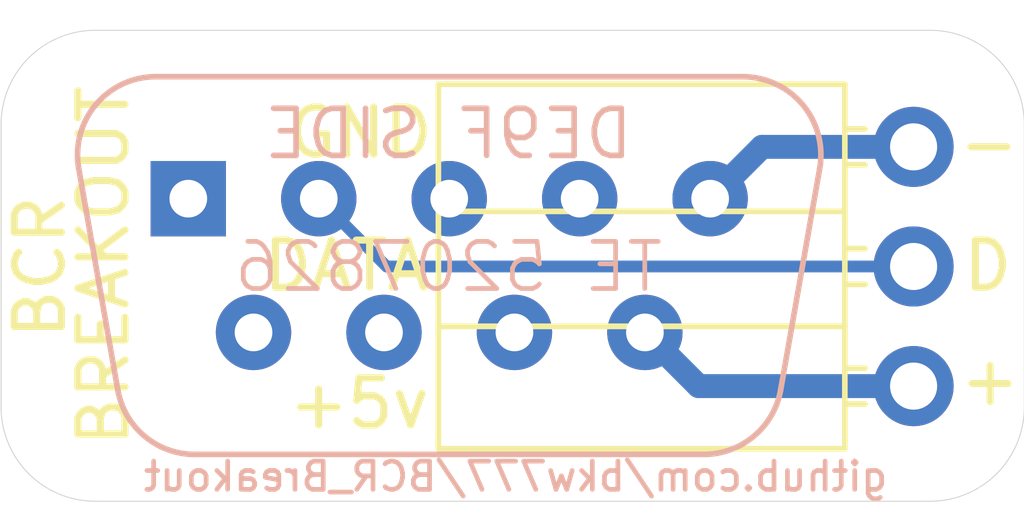
<source format=kicad_pcb>
(kicad_pcb (version 20171130) (host pcbnew 5.1.6-c6e7f7d~87~ubuntu19.10.1)

  (general
    (thickness 1.6)
    (drawings 25)
    (tracks 6)
    (zones 0)
    (modules 2)
    (nets 4)
  )

  (page A4)
  (layers
    (0 F.Cu signal)
    (31 B.Cu signal)
    (32 B.Adhes user)
    (33 F.Adhes user)
    (34 B.Paste user)
    (35 F.Paste user)
    (36 B.SilkS user)
    (37 F.SilkS user)
    (38 B.Mask user)
    (39 F.Mask user)
    (40 Dwgs.User user hide)
    (41 Cmts.User user hide)
    (42 Eco1.User user hide)
    (43 Eco2.User user hide)
    (44 Edge.Cuts user)
    (45 Margin user hide)
    (46 B.CrtYd user hide)
    (47 F.CrtYd user hide)
    (48 B.Fab user hide)
    (49 F.Fab user hide)
  )

  (setup
    (last_trace_width 0.25)
    (user_trace_width 0.508)
    (trace_clearance 0.2)
    (zone_clearance 0.508)
    (zone_45_only no)
    (trace_min 0.2)
    (via_size 0.8)
    (via_drill 0.4)
    (via_min_size 0.4)
    (via_min_drill 0.3)
    (user_via 0.508 0.3048)
    (uvia_size 0.3)
    (uvia_drill 0.1)
    (uvias_allowed no)
    (uvia_min_size 0.2)
    (uvia_min_drill 0.1)
    (edge_width 0.02)
    (segment_width 0.2)
    (pcb_text_width 0.3)
    (pcb_text_size 1.5 1.5)
    (mod_edge_width 0.1016)
    (mod_text_size 1 1)
    (mod_text_width 0.15)
    (pad_size 1.524 1.524)
    (pad_drill 0.762)
    (pad_to_mask_clearance 0)
    (aux_axis_origin 0 0)
    (grid_origin 127 95.758)
    (visible_elements FFFFFF7F)
    (pcbplotparams
      (layerselection 0x010fc_ffffffff)
      (usegerberextensions false)
      (usegerberattributes false)
      (usegerberadvancedattributes false)
      (creategerberjobfile false)
      (excludeedgelayer true)
      (linewidth 0.100000)
      (plotframeref false)
      (viasonmask false)
      (mode 1)
      (useauxorigin false)
      (hpglpennumber 1)
      (hpglpenspeed 20)
      (hpglpendiameter 15.000000)
      (psnegative false)
      (psa4output false)
      (plotreference true)
      (plotvalue true)
      (plotinvisibletext false)
      (padsonsilk false)
      (subtractmaskfromsilk false)
      (outputformat 1)
      (mirror false)
      (drillshape 1)
      (scaleselection 1)
      (outputdirectory ""))
  )

  (net 0 "")
  (net 1 /+5V)
  (net 2 /GND)
  (net 3 /RXD)

  (net_class Default "This is the default net class."
    (clearance 0.2)
    (trace_width 0.25)
    (via_dia 0.8)
    (via_drill 0.4)
    (uvia_dia 0.3)
    (uvia_drill 0.1)
    (add_net /+5V)
    (add_net /GND)
    (add_net /RXD)
  )

  (module 0_LOCAL:TE-5207826_cut (layer B.Cu) (tedit 5F266C2F) (tstamp 5F10118B)
    (at 121.475 94.333 180)
    (descr "9-pin D-Sub connector, straight/vertical, THT-mount, female, pitch 2.77x2.84mm, distance of mounting holes 25mm, see https://disti-assets.s3.amazonaws.com/tonar/files/datasheets/16730.pdf")
    (tags "9-pin D-Sub connector straight vertical THT female pitch 2.77x2.84mm mounting holes distance 25mm")
    (path /5F0C8236)
    (fp_text reference CN1 (at -5.5372 1.7018) (layer B.SilkS) hide
      (effects (font (size 1 1) (thickness 0.15)) (justify mirror))
    )
    (fp_text value DB9_Female (at -5.54 -8.73) (layer B.Fab)
      (effects (font (size 1 1) (thickness 0.15)) (justify mirror))
    )
    (fp_text user %R (at -5.54 -1.42) (layer B.Fab)
      (effects (font (size 1 1) (thickness 0.15)) (justify mirror))
    )
    (fp_arc (start -0.137048 -3.77) (end -0.137048 -5.43) (angle 80) (layer B.SilkS) (width 0.12))
    (fp_arc (start -10.942952 -3.77) (end -10.942952 -5.43) (angle -80) (layer B.SilkS) (width 0.12))
    (fp_arc (start 0.691689 0.93) (end 0.691689 2.59) (angle -100) (layer B.SilkS) (width 0.12))
    (fp_arc (start -11.771689 0.93) (end -11.771689 2.59) (angle 100) (layer B.SilkS) (width 0.12))
    (fp_arc (start -0.125543 -3.77) (end -0.125543 -5.37) (angle 80) (layer B.Fab) (width 0.1))
    (fp_arc (start -10.954457 -3.77) (end -10.954457 -5.37) (angle -80) (layer B.Fab) (width 0.1))
    (fp_arc (start 0.703194 0.93) (end 0.703194 2.53) (angle -100) (layer B.Fab) (width 0.1))
    (fp_arc (start -11.783194 0.93) (end -11.783194 2.53) (angle 100) (layer B.Fab) (width 0.1))
    (fp_line (start -6.54 -1.42) (end -4.54 -1.42) (layer Dwgs.User) (width 0.01))
    (fp_line (start -5.54 -0.82) (end -5.54 -2.02) (layer Dwgs.User) (width 0.01))
    (fp_line (start -11.783194 2.53) (end 0.703194 2.53) (layer B.Fab) (width 0.1))
    (fp_line (start -10.954457 -5.37) (end -0.125543 -5.37) (layer B.Fab) (width 0.1))
    (fp_line (start 2.278887 0.652163) (end 1.45015 -4.047837) (layer B.Fab) (width 0.1))
    (fp_line (start -13.358887 0.652163) (end -12.53015 -4.047837) (layer B.Fab) (width 0.1))
    (fp_line (start -11.771689 2.59) (end 0.691689 2.59) (layer B.SilkS) (width 0.12))
    (fp_line (start -10.942952 -5.43) (end -0.137048 -5.43) (layer B.SilkS) (width 0.12))
    (fp_line (start 2.32647 0.641744) (end 1.497733 -4.058256) (layer B.SilkS) (width 0.12))
    (fp_line (start -13.40647 0.641744) (end -12.577733 -4.058256) (layer B.SilkS) (width 0.12))
    (fp_line (start -13.95 3.91) (end -13.95 -6.74) (layer B.CrtYd) (width 0.05))
    (fp_line (start -13.95 -6.74) (end 2.9 -6.74) (layer B.CrtYd) (width 0.05))
    (fp_line (start 2.9 -6.74) (end 2.9 3.91) (layer B.CrtYd) (width 0.05))
    (fp_line (start 2.9 3.91) (end -13.95 3.91) (layer B.CrtYd) (width 0.05))
    (pad 9 thru_hole circle (at -9.695 -2.84 180) (size 1.6 1.6) (drill 0.8) (layers *.Cu *.Mask)
      (net 1 /+5V))
    (pad 8 thru_hole circle (at -6.925 -2.84 180) (size 1.6 1.6) (drill 0.8) (layers *.Cu *.Mask))
    (pad 7 thru_hole circle (at -4.155 -2.84 180) (size 1.6 1.6) (drill 0.8) (layers *.Cu *.Mask)
      (net 2 /GND))
    (pad 6 thru_hole circle (at -1.385 -2.84 180) (size 1.6 1.6) (drill 0.8) (layers *.Cu *.Mask))
    (pad 5 thru_hole circle (at -11.08 0 180) (size 1.6 1.6) (drill 0.8) (layers *.Cu *.Mask)
      (net 2 /GND))
    (pad 4 thru_hole circle (at -8.31 0 180) (size 1.6 1.6) (drill 0.8) (layers *.Cu *.Mask))
    (pad 3 thru_hole circle (at -5.54 0 180) (size 1.6 1.6) (drill 0.8) (layers *.Cu *.Mask))
    (pad 2 thru_hole circle (at -2.77 0 180) (size 1.6 1.6) (drill 0.8) (layers *.Cu *.Mask)
      (net 3 /RXD))
    (pad 1 thru_hole rect (at 0 0 180) (size 1.6 1.6) (drill 0.8) (layers *.Cu *.Mask))
    (model ${KIPRJMOD}/3dmodels/TE-5207826_cut.step
      (offset (xyz -5.528 -1.42 11.5))
      (scale (xyz 1 1 1))
      (rotate (xyz 0 0 0))
    )
  )

  (module 0_LOCAL:Socket_Strip_Angled_1x03_Pitch2.54mm (layer F.Cu) (tedit 5F178664) (tstamp 5F178553)
    (at 136.875 93.233)
    (descr "Through hole angled socket strip, 1x03, 2.54mm pitch, 8.51mm socket length, single row")
    (tags "Through hole angled socket strip THT 1x03 2.54mm single row")
    (path /5F0C3585)
    (fp_text reference CN2 (at -4.38 -2.27) (layer F.SilkS) hide
      (effects (font (size 1 1) (thickness 0.15)))
    )
    (fp_text value UE27AC54100 (at -4.38 7.35) (layer F.Fab)
      (effects (font (size 1 1) (thickness 0.15)))
    )
    (fp_line (start -10.55 -1.8) (end 1.8 -1.8) (layer F.CrtYd) (width 0.05))
    (fp_line (start -10.55 6.85) (end -10.55 -1.8) (layer F.CrtYd) (width 0.05))
    (fp_line (start 1.8 6.85) (end -10.55 6.85) (layer F.CrtYd) (width 0.05))
    (fp_line (start 1.8 -1.8) (end 1.8 6.85) (layer F.CrtYd) (width 0.05))
    (fp_line (start -1.03 5.46) (end -1.46 5.46) (layer F.SilkS) (width 0.12))
    (fp_line (start -1.03 4.7) (end -1.46 4.7) (layer F.SilkS) (width 0.12))
    (fp_line (start -10.09 3.81) (end -1.46 3.81) (layer F.SilkS) (width 0.12))
    (fp_line (start -10.09 6.41) (end -10.09 3.81) (layer F.SilkS) (width 0.12))
    (fp_line (start -1.46 6.41) (end -10.09 6.41) (layer F.SilkS) (width 0.12))
    (fp_line (start -1.46 3.81) (end -1.46 6.41) (layer F.SilkS) (width 0.12))
    (fp_line (start -1.03 2.92) (end -1.46 2.92) (layer F.SilkS) (width 0.12))
    (fp_line (start -1.03 2.16) (end -1.46 2.16) (layer F.SilkS) (width 0.12))
    (fp_line (start -10.09 3.81) (end -10.09 1.27) (layer F.SilkS) (width 0.12))
    (fp_line (start -1.46 3.81) (end -10.09 3.81) (layer F.SilkS) (width 0.12))
    (fp_line (start -1.46 1.27) (end -1.46 3.81) (layer F.SilkS) (width 0.12))
    (fp_line (start -1.46 1.37) (end -10.09 1.37) (layer F.SilkS) (width 0.12))
    (fp_line (start -1.03 0.38) (end -1.46 0.38) (layer F.SilkS) (width 0.12))
    (fp_line (start -1.03 -0.38) (end -1.46 -0.38) (layer F.SilkS) (width 0.12))
    (fp_line (start -10.09 -1.33) (end -1.46 -1.33) (layer F.SilkS) (width 0.12))
    (fp_line (start -10.09 1.27) (end -10.09 -1.33) (layer F.SilkS) (width 0.12))
    (fp_line (start -1.46 -1.33) (end -1.46 1.27) (layer F.SilkS) (width 0.12))
    (fp_line (start -1.52 4.76) (end 0 4.76) (layer F.Fab) (width 0.1))
    (fp_line (start -1.52 5.4) (end -1.52 4.76) (layer F.Fab) (width 0.1))
    (fp_line (start 0 5.4) (end -1.52 5.4) (layer F.Fab) (width 0.1))
    (fp_line (start 0 4.76) (end 0 5.4) (layer F.Fab) (width 0.1))
    (fp_line (start -10.03 3.81) (end -1.52 3.81) (layer F.Fab) (width 0.1))
    (fp_line (start -10.03 6.35) (end -10.03 3.81) (layer F.Fab) (width 0.1))
    (fp_line (start -1.52 6.35) (end -10.03 6.35) (layer F.Fab) (width 0.1))
    (fp_line (start -1.52 3.81) (end -1.52 6.35) (layer F.Fab) (width 0.1))
    (fp_line (start -1.52 2.22) (end 0 2.22) (layer F.Fab) (width 0.1))
    (fp_line (start -1.52 2.86) (end -1.52 2.22) (layer F.Fab) (width 0.1))
    (fp_line (start 0 2.86) (end -1.52 2.86) (layer F.Fab) (width 0.1))
    (fp_line (start 0 2.22) (end 0 2.86) (layer F.Fab) (width 0.1))
    (fp_line (start -10.03 1.27) (end -1.52 1.27) (layer F.Fab) (width 0.1))
    (fp_line (start -10.03 3.81) (end -10.03 1.27) (layer F.Fab) (width 0.1))
    (fp_line (start -1.52 3.81) (end -10.03 3.81) (layer F.Fab) (width 0.1))
    (fp_line (start -1.52 1.27) (end -1.52 3.81) (layer F.Fab) (width 0.1))
    (fp_line (start -1.52 -0.32) (end 0 -0.32) (layer F.Fab) (width 0.1))
    (fp_line (start -1.52 0.32) (end -1.52 -0.32) (layer F.Fab) (width 0.1))
    (fp_line (start 0 0.32) (end -1.52 0.32) (layer F.Fab) (width 0.1))
    (fp_line (start 0 -0.32) (end 0 0.32) (layer F.Fab) (width 0.1))
    (fp_line (start -10.03 -1.27) (end -1.52 -1.27) (layer F.Fab) (width 0.1))
    (fp_line (start -10.03 1.27) (end -10.03 -1.27) (layer F.Fab) (width 0.1))
    (fp_line (start -1.52 1.27) (end -10.03 1.27) (layer F.Fab) (width 0.1))
    (fp_line (start -1.52 -1.27) (end -1.52 1.27) (layer F.Fab) (width 0.1))
    (fp_text user %R (at -4.38 -2.27) (layer F.Fab)
      (effects (font (size 1 1) (thickness 0.15)))
    )
    (pad 1 thru_hole circle (at 0 0) (size 1.7 1.7) (drill 1) (layers *.Cu *.Mask)
      (net 2 /GND))
    (pad 2 thru_hole oval (at 0 2.54) (size 1.7 1.7) (drill 1) (layers *.Cu *.Mask)
      (net 3 /RXD))
    (pad 3 thru_hole oval (at 0 5.08) (size 1.7 1.7) (drill 1) (layers *.Cu *.Mask)
      (net 1 /+5V))
    (model ${KIPRJMOD}/3dmodels/PinSocket_1x03_P2.54mm_Horizontal.step
      (at (xyz 0 0 0))
      (scale (xyz 1 1 1))
      (rotate (xyz 0 0 0))
    )
  )

  (gr_arc (start 137.225 92.758) (end 139.225 92.758) (angle -90) (layer Edge.Cuts) (width 0.02) (tstamp 5F17A265))
  (gr_arc (start 119.5 92.758) (end 119.5 90.758) (angle -90) (layer Edge.Cuts) (width 0.02) (tstamp 5F17A255))
  (gr_arc (start 119.5 98.758) (end 117.5 98.758) (angle -90) (layer Edge.Cuts) (width 0.02) (tstamp 5F17A246))
  (gr_arc (start 137.225 98.758) (end 137.225 100.758) (angle -90) (layer Edge.Cuts) (width 0.02))
  (gr_text +5v (at 125.1 98.683) (layer F.SilkS) (tstamp 5F179331)
    (effects (font (size 1 1) (thickness 0.15)))
  )
  (gr_text DATA (at 124.825 95.758) (layer F.SilkS) (tstamp 5F179307)
    (effects (font (size 1 1) (thickness 0.15)))
  )
  (gr_text GND (at 125.125 92.933) (layer F.SilkS) (tstamp 5F1792DD)
    (effects (font (size 1 1) (thickness 0.15)))
  )
  (gr_text BCR (at 118.325 95.783 90) (layer F.SilkS) (tstamp 5F17888A)
    (effects (font (size 1 1) (thickness 0.15)))
  )
  (gr_text BREAKOUT (at 119.675 95.758 90) (layer F.SilkS) (tstamp 5F1791E6)
    (effects (font (size 1 1) (thickness 0.15)))
  )
  (gr_text D (at 138.45 95.758) (layer F.SilkS) (tstamp 5F17863C)
    (effects (font (size 1 1) (thickness 0.15)))
  )
  (gr_text + (at 138.5 98.183) (layer F.SilkS) (tstamp 5F178639)
    (effects (font (size 1 1) (thickness 0.15)))
  )
  (gr_text - (at 138.475 93.158) (layer F.SilkS) (tstamp 5F1782B3)
    (effects (font (size 1 1) (thickness 0.15)))
  )
  (gr_line (start 117.5 98.758) (end 117.5 92.758) (layer Edge.Cuts) (width 0.02) (tstamp 5F177F72))
  (gr_line (start 137.225 90.758) (end 119.5 90.758) (layer Edge.Cuts) (width 0.02) (tstamp 5F177F65))
  (gr_line (start 137.225 100.758) (end 119.5 100.758) (layer Edge.Cuts) (width 0.02))
  (gr_line (start 139.225 98.758) (end 139.225 92.758) (layer Edge.Cuts) (width 0.02) (tstamp 5F177F4A))
  (gr_line (start 136.6 90.408) (end 136.6 101.108) (layer Dwgs.User) (width 0.15) (tstamp 5F0FEDB0))
  (gr_line (start 117.4 90.408) (end 136.6 90.408) (layer Dwgs.User) (width 0.15))
  (gr_line (start 117.4 101.108) (end 117.4 90.408) (layer Dwgs.User) (width 0.15))
  (gr_line (start 117.4 101.108) (end 136.6 101.108) (layer Dwgs.User) (width 0.15))
  (gr_text "TE 5207826" (at 127 95.783) (layer B.SilkS) (tstamp 5F0FB6BF)
    (effects (font (size 1 1) (thickness 0.1)) (justify mirror))
  )
  (gr_text github.com/bkw777/BCR_Breakout (at 128.425 100.233) (layer B.SilkS) (tstamp 5F0FA981)
    (effects (font (size 0.6 0.6) (thickness 0.1)) (justify mirror))
  )
  (gr_line (start 114.3 87.376) (end 139.7 104.14) (layer Dwgs.User) (width 0.0254))
  (gr_line (start 114.3 104.14) (end 139.7 87.376) (layer Dwgs.User) (width 0.0254))
  (gr_text "DE9F SIDE" (at 127 92.958) (layer B.SilkS)
    (effects (font (size 1 1) (thickness 0.12)) (justify mirror))
  )

  (segment (start 132.31 98.313) (end 131.17 97.173) (width 0.508) (layer B.Cu) (net 1))
  (segment (start 136.875 98.313) (end 132.31 98.313) (width 0.508) (layer B.Cu) (net 1))
  (segment (start 133.655 93.233) (end 132.555 94.333) (width 0.508) (layer B.Cu) (net 2))
  (segment (start 136.875 93.233) (end 133.655 93.233) (width 0.508) (layer B.Cu) (net 2))
  (segment (start 125.685 95.773) (end 124.245 94.333) (width 0.25) (layer B.Cu) (net 3))
  (segment (start 136.875 95.773) (end 125.685 95.773) (width 0.25) (layer B.Cu) (net 3))

)

</source>
